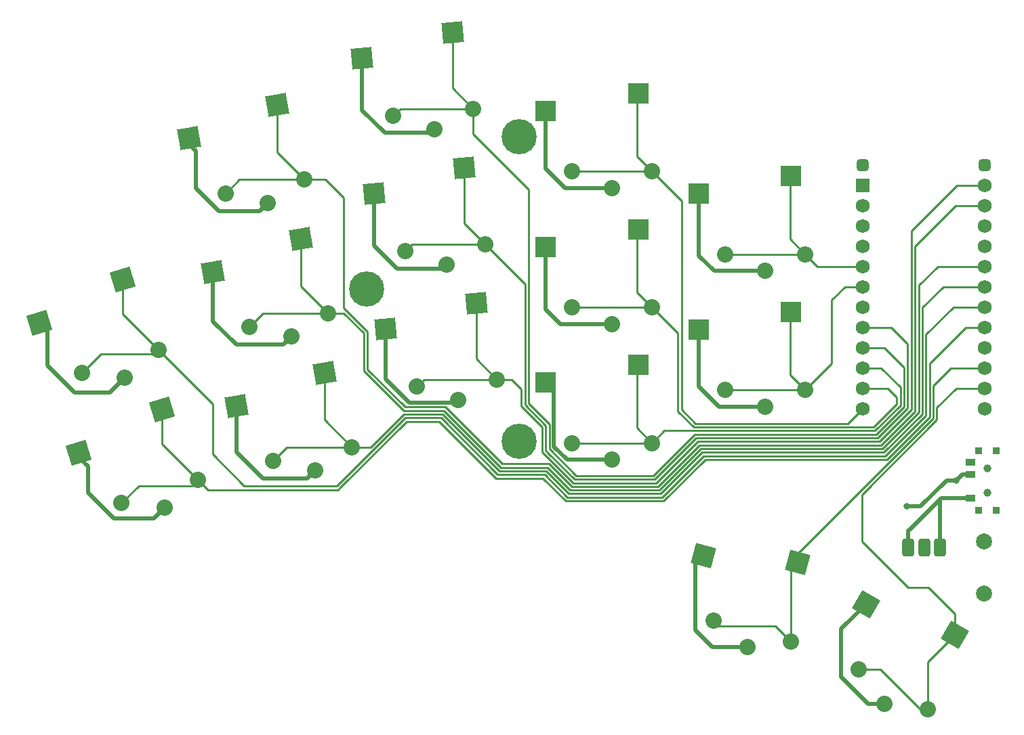
<source format=gtl>
%TF.GenerationSoftware,KiCad,Pcbnew,(6.0.4-0)*%
%TF.CreationDate,2022-04-29T17:53:29+02:00*%
%TF.ProjectId,battamini,62617474-616d-4696-9e69-2e6b69636164,v1.0.0*%
%TF.SameCoordinates,Original*%
%TF.FileFunction,Copper,L1,Top*%
%TF.FilePolarity,Positive*%
%FSLAX46Y46*%
G04 Gerber Fmt 4.6, Leading zero omitted, Abs format (unit mm)*
G04 Created by KiCad (PCBNEW (6.0.4-0)) date 2022-04-29 17:53:29*
%MOMM*%
%LPD*%
G01*
G04 APERTURE LIST*
G04 Aperture macros list*
%AMRoundRect*
0 Rectangle with rounded corners*
0 $1 Rounding radius*
0 $2 $3 $4 $5 $6 $7 $8 $9 X,Y pos of 4 corners*
0 Add a 4 corners polygon primitive as box body*
4,1,4,$2,$3,$4,$5,$6,$7,$8,$9,$2,$3,0*
0 Add four circle primitives for the rounded corners*
1,1,$1+$1,$2,$3*
1,1,$1+$1,$4,$5*
1,1,$1+$1,$6,$7*
1,1,$1+$1,$8,$9*
0 Add four rect primitives between the rounded corners*
20,1,$1+$1,$2,$3,$4,$5,0*
20,1,$1+$1,$4,$5,$6,$7,0*
20,1,$1+$1,$6,$7,$8,$9,0*
20,1,$1+$1,$8,$9,$2,$3,0*%
%AMRotRect*
0 Rectangle, with rotation*
0 The origin of the aperture is its center*
0 $1 length*
0 $2 width*
0 $3 Rotation angle, in degrees counterclockwise*
0 Add horizontal line*
21,1,$1,$2,0,0,$3*%
G04 Aperture macros list end*
%TA.AperFunction,ComponentPad*%
%ADD10C,4.400000*%
%TD*%
%TA.AperFunction,SMDPad,CuDef*%
%ADD11R,0.900000X0.900000*%
%TD*%
%TA.AperFunction,SMDPad,CuDef*%
%ADD12R,1.250000X0.900000*%
%TD*%
%TA.AperFunction,ComponentPad*%
%ADD13RoundRect,0.375000X-0.375000X-0.750000X0.375000X-0.750000X0.375000X0.750000X-0.375000X0.750000X0*%
%TD*%
%TA.AperFunction,ComponentPad*%
%ADD14C,2.000000*%
%TD*%
%TA.AperFunction,SMDPad,CuDef*%
%ADD15RotRect,2.600000X2.600000X10.000000*%
%TD*%
%TA.AperFunction,ComponentPad*%
%ADD16C,2.032000*%
%TD*%
%TA.AperFunction,SMDPad,CuDef*%
%ADD17RotRect,2.600000X2.600000X5.000000*%
%TD*%
%TA.AperFunction,SMDPad,CuDef*%
%ADD18R,2.600000X2.600000*%
%TD*%
%TA.AperFunction,SMDPad,CuDef*%
%ADD19RotRect,2.600000X2.600000X330.000000*%
%TD*%
%TA.AperFunction,WasherPad*%
%ADD20C,1.000000*%
%TD*%
%TA.AperFunction,SMDPad,CuDef*%
%ADD21RotRect,2.600000X2.600000X17.000000*%
%TD*%
%TA.AperFunction,SMDPad,CuDef*%
%ADD22RotRect,2.600000X2.600000X345.000000*%
%TD*%
%TA.AperFunction,ComponentPad*%
%ADD23R,1.752600X1.752600*%
%TD*%
%TA.AperFunction,ComponentPad*%
%ADD24C,1.752600*%
%TD*%
%TA.AperFunction,ComponentPad*%
%ADD25RoundRect,0.375000X-0.375000X-0.375000X0.375000X-0.375000X0.375000X0.375000X-0.375000X0.375000X0*%
%TD*%
%TA.AperFunction,ViaPad*%
%ADD26C,0.800000*%
%TD*%
%TA.AperFunction,Conductor*%
%ADD27C,0.500000*%
%TD*%
%TA.AperFunction,Conductor*%
%ADD28C,0.250000*%
%TD*%
G04 APERTURE END LIST*
D10*
%TO.P,REF\u002A\u002A,1*%
%TO.N,N/C*%
X84733251Y88139120D03*
X103783251Y107189120D03*
X103783251Y69089120D03*
%TD*%
D11*
%TO.P,T1,*%
%TO.N,*%
X161187367Y60512667D03*
X163387367Y67912667D03*
X163387367Y60512667D03*
X161187367Y67912667D03*
D12*
%TO.P,T1,1*%
%TO.N,Braw*%
X160212367Y61962667D03*
%TO.P,T1,2*%
%TO.N,Bplus*%
X160212367Y64962667D03*
%TO.P,T1,3*%
%TO.N,N/C*%
X160212367Y66462667D03*
%TD*%
D13*
%TO.P,PAD1,1*%
%TO.N,Braw*%
X152411087Y55816483D03*
X156411087Y55816483D03*
%TO.P,PAD1,2*%
%TO.N,Bminus*%
X154411087Y55816483D03*
%TD*%
D14*
%TO.P,B1,1*%
%TO.N,RST*%
X161850000Y50090000D03*
%TO.P,B1,2*%
%TO.N,GND*%
X161850000Y56590000D03*
%TD*%
D15*
%TO.P,S11,1*%
%TO.N,P0*%
X73579149Y111173371D03*
%TO.P,S11,2*%
%TO.N,GND*%
X62586645Y107001157D03*
%TD*%
D16*
%TO.P,S34,1*%
%TO.N,P8*%
X146198518Y40569316D03*
X154858772Y35569316D03*
%TO.P,S34,2*%
%TO.N,GND*%
X149478645Y36250663D03*
X149478645Y36250663D03*
%TD*%
D17*
%TO.P,S15,1*%
%TO.N,P18*%
X96965604Y103326961D03*
%TO.P,S15,2*%
%TO.N,GND*%
X85651298Y100128683D03*
%TD*%
D18*
%TO.P,S21,1*%
%TO.N,P16*%
X118686087Y95636017D03*
%TO.P,S21,2*%
%TO.N,GND*%
X107136087Y93436017D03*
%TD*%
D16*
%TO.P,S8,1*%
%TO.N,P3*%
X73026972Y66651093D03*
X82875050Y68387574D03*
%TO.P,S8,2*%
%TO.N,GND*%
X78315672Y65451237D03*
X78315672Y65451237D03*
%TD*%
%TO.P,S14,1*%
%TO.N,P1*%
X91053509Y75957538D03*
X101015456Y76829096D03*
%TO.P,S14,2*%
%TO.N,GND*%
X96217510Y74301308D03*
X96217510Y74301308D03*
%TD*%
%TO.P,S20,1*%
%TO.N,P14*%
X120411087Y68886017D03*
X110411087Y68886017D03*
%TO.P,S20,2*%
%TO.N,GND*%
X115411087Y66786017D03*
X115411087Y66786017D03*
%TD*%
%TO.P,S28,1*%
%TO.N,P20*%
X129517334Y75510985D03*
X139517334Y75510985D03*
%TO.P,S28,2*%
%TO.N,GND*%
X134517334Y73410985D03*
X134517334Y73410985D03*
%TD*%
D18*
%TO.P,S29,1*%
%TO.N,P21*%
X137792334Y102260985D03*
%TO.P,S29,2*%
%TO.N,GND*%
X126242334Y100060985D03*
%TD*%
D19*
%TO.P,S33,1*%
%TO.N,P8*%
X158239878Y44875564D03*
%TO.P,S33,2*%
%TO.N,GND*%
X147137285Y48745308D03*
%TD*%
D15*
%TO.P,S7,1*%
%TO.N,P3*%
X79483187Y77689907D03*
%TO.P,S7,2*%
%TO.N,GND*%
X68490683Y73517693D03*
%TD*%
D20*
%TO.P,T2,*%
%TO.N,*%
X162287367Y65712667D03*
X162287367Y62712667D03*
%TD*%
D21*
%TO.P,S5,1*%
%TO.N,P4*%
X54234545Y89377494D03*
%TO.P,S5,2*%
%TO.N,GND*%
X43832443Y83896730D03*
%TD*%
D18*
%TO.P,S27,1*%
%TO.N,P20*%
X137792334Y85260985D03*
%TO.P,S27,2*%
%TO.N,GND*%
X126242334Y83060985D03*
%TD*%
D15*
%TO.P,S9,1*%
%TO.N,P2*%
X76531168Y94431639D03*
%TO.P,S9,2*%
%TO.N,GND*%
X65538664Y90259425D03*
%TD*%
D16*
%TO.P,S16,1*%
%TO.N,P18*%
X99533808Y93764406D03*
X89571861Y92892848D03*
%TO.P,S16,2*%
%TO.N,GND*%
X94735862Y91236618D03*
X94735862Y91236618D03*
%TD*%
%TO.P,S30,1*%
%TO.N,P21*%
X139517334Y92510985D03*
X129517334Y92510985D03*
%TO.P,S30,2*%
%TO.N,GND*%
X134517334Y90410985D03*
X134517334Y90410985D03*
%TD*%
D17*
%TO.P,S13,1*%
%TO.N,P1*%
X98447252Y86391651D03*
%TO.P,S13,2*%
%TO.N,GND*%
X87132946Y83193373D03*
%TD*%
D16*
%TO.P,S24,1*%
%TO.N,P10*%
X110411087Y102886017D03*
X120411087Y102886017D03*
%TO.P,S24,2*%
%TO.N,GND*%
X115411087Y100786017D03*
X115411087Y100786017D03*
%TD*%
D17*
%TO.P,S17,1*%
%TO.N,P15*%
X95483957Y120262271D03*
%TO.P,S17,2*%
%TO.N,GND*%
X84169651Y117063993D03*
%TD*%
D16*
%TO.P,S4,1*%
%TO.N,P5*%
X54142067Y61376965D03*
X63705114Y64300682D03*
%TO.P,S4,2*%
%TO.N,GND*%
X59537571Y60830584D03*
X59537571Y60830584D03*
%TD*%
%TO.P,S10,1*%
%TO.N,P2*%
X70074953Y83392825D03*
X79923031Y85129306D03*
%TO.P,S10,2*%
%TO.N,GND*%
X75363653Y82192969D03*
X75363653Y82192969D03*
%TD*%
%TO.P,S22,1*%
%TO.N,P16*%
X110411087Y85886017D03*
X120411087Y85886017D03*
%TO.P,S22,2*%
%TO.N,GND*%
X115411087Y83786017D03*
X115411087Y83786017D03*
%TD*%
D22*
%TO.P,S31,1*%
%TO.N,P7*%
X138594426Y53938364D03*
%TO.P,S31,2*%
%TO.N,GND*%
X126868581Y54802687D03*
%TD*%
D23*
%TO.P,MCU1,1*%
%TO.N,RAW*%
X146737213Y101142542D03*
D24*
%TO.P,MCU1,2*%
%TO.N,GND*%
X146737213Y98602542D03*
%TO.P,MCU1,3*%
%TO.N,RST*%
X146737213Y96062542D03*
%TO.P,MCU1,4*%
%TO.N,VCC*%
X146737213Y93522542D03*
%TO.P,MCU1,5*%
%TO.N,P21*%
X146737213Y90982542D03*
%TO.P,MCU1,6*%
%TO.N,P20*%
X146737213Y88442542D03*
%TO.P,MCU1,7*%
%TO.N,P19*%
X146737213Y85902542D03*
%TO.P,MCU1,8*%
%TO.N,P18*%
X146737213Y83362542D03*
%TO.P,MCU1,9*%
%TO.N,P15*%
X146737213Y80822542D03*
%TO.P,MCU1,10*%
%TO.N,P14*%
X146737213Y78282542D03*
%TO.P,MCU1,11*%
%TO.N,P16*%
X146737213Y75742542D03*
%TO.P,MCU1,12*%
%TO.N,P10*%
X146737213Y73202542D03*
%TO.P,MCU1,13*%
%TO.N,P1*%
X161977213Y101142542D03*
%TO.P,MCU1,14*%
%TO.N,P0*%
X161977213Y98602542D03*
%TO.P,MCU1,15*%
%TO.N,GND*%
X161977213Y96062542D03*
%TO.P,MCU1,16*%
X161977213Y93522542D03*
%TO.P,MCU1,17*%
%TO.N,P2*%
X161977213Y90982542D03*
%TO.P,MCU1,18*%
%TO.N,P3*%
X161977213Y88442542D03*
%TO.P,MCU1,19*%
%TO.N,P4*%
X161977213Y85902542D03*
%TO.P,MCU1,20*%
%TO.N,P5*%
X161977213Y83362542D03*
%TO.P,MCU1,21*%
%TO.N,P6*%
X161977213Y80822542D03*
%TO.P,MCU1,22*%
%TO.N,P7*%
X161977213Y78282542D03*
%TO.P,MCU1,23*%
%TO.N,P8*%
X161977213Y75742542D03*
%TO.P,MCU1,24*%
%TO.N,P9*%
X161977213Y73202542D03*
D25*
%TO.P,MCU1,25*%
%TO.N,Bplus*%
X146737213Y103682542D03*
%TO.N,Bminus*%
X161977213Y103682542D03*
%TD*%
D21*
%TO.P,S3,1*%
%TO.N,P5*%
X59204864Y73120313D03*
%TO.P,S3,2*%
%TO.N,GND*%
X48802762Y67639549D03*
%TD*%
D16*
%TO.P,S32,1*%
%TO.N,P7*%
X137737163Y44074125D03*
X128077904Y46662315D03*
%TO.P,S32,2*%
%TO.N,GND*%
X132364014Y43339776D03*
X132364014Y43339776D03*
%TD*%
%TO.P,S12,1*%
%TO.N,P0*%
X76971012Y101871038D03*
X67122934Y100134557D03*
%TO.P,S12,2*%
%TO.N,GND*%
X72411634Y98934701D03*
X72411634Y98934701D03*
%TD*%
D18*
%TO.P,S23,1*%
%TO.N,P10*%
X118686087Y112636017D03*
%TO.P,S23,2*%
%TO.N,GND*%
X107136087Y110436017D03*
%TD*%
D16*
%TO.P,S6,1*%
%TO.N,P4*%
X49171748Y77634146D03*
X58734795Y80557863D03*
%TO.P,S6,2*%
%TO.N,GND*%
X54567252Y77087765D03*
X54567252Y77087765D03*
%TD*%
D18*
%TO.P,S19,1*%
%TO.N,P14*%
X118686087Y78636017D03*
%TO.P,S19,2*%
%TO.N,GND*%
X107136087Y76436017D03*
%TD*%
D16*
%TO.P,S18,1*%
%TO.N,P15*%
X88090214Y109828158D03*
X98052161Y110699716D03*
%TO.P,S18,2*%
%TO.N,GND*%
X93254215Y108171928D03*
X93254215Y108171928D03*
%TD*%
D26*
%TO.N,Bplus*%
X158448480Y64212667D03*
X152222200Y60960000D03*
%TD*%
D27*
%TO.N,GND*%
X108153560Y75418544D02*
X107136087Y76436017D01*
X63384822Y105421809D02*
X62586645Y106219986D01*
X95876803Y73960601D02*
X90101363Y73960601D01*
X134517334Y90410985D02*
X128150955Y90410985D01*
X63384822Y100802250D02*
X63384822Y105421809D01*
X128789852Y73410985D02*
X126242334Y75958503D01*
X75363653Y82192969D02*
X74347654Y81176970D01*
X115411087Y66786017D02*
X109815760Y66786017D01*
X126242334Y92319606D02*
X126242334Y100060985D01*
X108153560Y68448217D02*
X108153560Y75418544D01*
X62586645Y106219986D02*
X62586645Y107001157D01*
X66268370Y97918702D02*
X63384822Y100802250D01*
X93254215Y108171928D02*
X92778287Y107696000D01*
X74347654Y81176970D02*
X68485407Y81176970D01*
X71813295Y64435238D02*
X68490683Y67757850D01*
X92778287Y107696000D02*
X87015073Y107696000D01*
X125807135Y53741241D02*
X126868581Y54802687D01*
X109815760Y66786017D02*
X108153560Y68448217D01*
X49917361Y65987885D02*
X48802762Y67102484D01*
X125807135Y45471746D02*
X125807135Y53741241D01*
X144018000Y39624000D02*
X144018000Y45626023D01*
X59537571Y60830584D02*
X58196209Y59489222D01*
X77299673Y64435238D02*
X71813295Y64435238D01*
X147391337Y36250663D02*
X144018000Y39624000D01*
X149478645Y36250663D02*
X147391337Y36250663D01*
X88572461Y90678000D02*
X85651298Y93599163D01*
X115411087Y83786017D02*
X108973745Y83786017D01*
X78315672Y65451237D02*
X77299673Y64435238D01*
X58196209Y59489222D02*
X53137791Y59489222D01*
X71395635Y97918702D02*
X66268370Y97918702D01*
X132364014Y43339776D02*
X127939105Y43339776D01*
X53137791Y59489222D02*
X49917361Y62709652D01*
X134517334Y73410985D02*
X128789852Y73410985D01*
X107136087Y103216201D02*
X107136087Y110436017D01*
X90101363Y73960601D02*
X87132946Y76929018D01*
X115411087Y100786017D02*
X109566271Y100786017D01*
X68485407Y81176970D02*
X65538664Y84123713D01*
X65538664Y84123713D02*
X65538664Y90259425D01*
X48802762Y67102484D02*
X48802762Y67639549D01*
X144018000Y45626023D02*
X147137285Y48745308D01*
X127939105Y43339776D02*
X125807135Y45471746D01*
X87132946Y76929018D02*
X87132946Y83193373D01*
X108153560Y76015027D02*
X107136087Y77032500D01*
X109566271Y100786017D02*
X107136087Y103216201D01*
X85651298Y93599163D02*
X85651298Y100128683D01*
X48232895Y75218284D02*
X44864298Y78586881D01*
X96217510Y74301308D02*
X95876803Y73960601D01*
X108973745Y83786017D02*
X107136087Y85623675D01*
X128150955Y90410985D02*
X126242334Y92319606D01*
X44864298Y78586881D02*
X44864298Y82864875D01*
X87015073Y107696000D02*
X84169651Y110541422D01*
X54567252Y77087765D02*
X52697771Y75218284D01*
X72411634Y98934701D02*
X71395635Y97918702D01*
X68490683Y67757850D02*
X68490683Y73517693D01*
X52697771Y75218284D02*
X48232895Y75218284D01*
X107136087Y85623675D02*
X107136087Y93436017D01*
X44864298Y82864875D02*
X43832443Y83896730D01*
X94735862Y91236618D02*
X94177244Y90678000D01*
X49917361Y62709652D02*
X49917361Y65987885D01*
X84169651Y110541422D02*
X84169651Y117063993D01*
X126242334Y75958503D02*
X126242334Y83060985D01*
X94177244Y90678000D02*
X88572461Y90678000D01*
D28*
%TO.N,P5*%
X149748864Y66830877D02*
X155077894Y72159909D01*
X159562542Y83362542D02*
X161977213Y83362542D01*
X155077894Y78877894D02*
X159562542Y83362542D01*
X63705114Y64300682D02*
X62904432Y63500000D01*
X59204864Y68800932D02*
X63705114Y64300682D01*
X63705114Y64300682D02*
X64955316Y63050480D01*
X121872336Y61654585D02*
X127048629Y66830877D01*
X64955316Y63050480D02*
X81210742Y63050480D01*
X89748263Y71588001D02*
X93841920Y71588001D01*
X100944526Y64485396D02*
X106796666Y64485396D01*
X81210742Y63050480D02*
X81474064Y63313803D01*
X93841920Y71588001D02*
X100944526Y64485396D01*
X109627477Y61654585D02*
X121872336Y61654585D01*
X56265102Y63500000D02*
X54142067Y61376965D01*
X81474064Y63313803D02*
X89748263Y71588001D01*
X62904432Y63500000D02*
X56265102Y63500000D01*
X106796666Y64485396D02*
X109627477Y61654585D01*
X155077894Y72159909D02*
X155077894Y78877894D01*
X127048629Y66830877D02*
X149748864Y66830877D01*
X59204864Y73120313D02*
X59204864Y68800932D01*
%TO.N,P4*%
X58734795Y80557863D02*
X65491195Y73801463D01*
X54234545Y89377494D02*
X54234545Y85058113D01*
X106982862Y64934916D02*
X109813674Y62104105D01*
X54234545Y85058113D02*
X58734795Y80557863D01*
X69468058Y63500000D02*
X81024544Y63500000D01*
X121686139Y62104105D02*
X126862431Y67280397D01*
X154628374Y82455721D02*
X158075195Y85902542D01*
X58186932Y80010000D02*
X51547602Y80010000D01*
X65491195Y73801463D02*
X65491195Y67476863D01*
X101130723Y64934916D02*
X106982862Y64934916D01*
X158075195Y85902542D02*
X161977213Y85902542D01*
X89562065Y72037521D02*
X94028117Y72037521D01*
X109813674Y62104105D02*
X121686139Y62104105D01*
X149562666Y67280397D02*
X154628374Y72346106D01*
X154628374Y72346106D02*
X154628374Y82455721D01*
X58734795Y80557863D02*
X58186932Y80010000D01*
X81024544Y63500000D02*
X89562065Y72037521D01*
X51547602Y80010000D02*
X49171748Y77634146D01*
X126862431Y67280397D02*
X149562666Y67280397D01*
X94028117Y72037521D02*
X101130723Y64934916D01*
X65491195Y67476863D02*
X69468058Y63500000D01*
%TO.N,P3*%
X121499941Y62553625D02*
X126676233Y67729917D01*
X109999871Y62553625D02*
X121499941Y62553625D01*
X94214315Y72487041D02*
X101316920Y65384436D01*
X149376468Y67729917D02*
X154178854Y72532303D01*
X101316920Y65384436D02*
X107169060Y65384436D01*
X79483187Y71779437D02*
X82875050Y68387574D01*
X82875050Y68387574D02*
X85276400Y68387574D01*
X85276400Y68387574D02*
X89375867Y72487041D01*
X126676233Y67729917D02*
X149376468Y67729917D01*
X82875050Y68387574D02*
X74763453Y68387574D01*
X79483187Y77689907D02*
X79483187Y71779437D01*
X74763453Y68387574D02*
X73026972Y66651093D01*
X154178854Y85854555D02*
X156766841Y88442542D01*
X154178854Y72532303D02*
X154178854Y85854555D01*
X89375867Y72487041D02*
X94214315Y72487041D01*
X107169060Y65384436D02*
X109999871Y62553625D01*
X156766841Y88442542D02*
X161977213Y88442542D01*
%TO.N,P2*%
X84386480Y82617802D02*
X84386480Y77933067D01*
X76531168Y88521169D02*
X79923031Y85129306D01*
X121313741Y63003145D02*
X126490035Y68179437D01*
X76531168Y94431639D02*
X76531168Y88521169D01*
X94400512Y72936561D02*
X101503117Y65833956D01*
X101503117Y65833956D02*
X107355257Y65833956D01*
X81874976Y85129306D02*
X84386480Y82617802D01*
X84386480Y77933067D02*
X89382986Y72936561D01*
X79923031Y85129306D02*
X81874976Y85129306D01*
X110186071Y63003145D02*
X121313741Y63003145D01*
X107355257Y65833956D02*
X110186071Y63003145D01*
X126490035Y68179437D02*
X149190270Y68179437D01*
X79923031Y85129306D02*
X71811434Y85129306D01*
X156084963Y90982542D02*
X161977213Y90982542D01*
X153729334Y72718501D02*
X153729334Y88626913D01*
X71811434Y85129306D02*
X70074953Y83392825D01*
X153729334Y88626913D02*
X156084963Y90982542D01*
X89382986Y72936561D02*
X94400512Y72936561D01*
X149190270Y68179437D02*
X153729334Y72718501D01*
%TO.N,P0*%
X68859415Y101871038D02*
X67122934Y100134557D01*
X149004072Y68628957D02*
X153249052Y72873937D01*
X158355429Y98602542D02*
X161977213Y98602542D01*
X110372268Y63452665D02*
X121127544Y63452665D01*
X73579149Y111173371D02*
X73579149Y105262901D01*
X84836000Y82804000D02*
X84836000Y78119265D01*
X79561162Y101871038D02*
X81858703Y99573497D01*
X89569184Y73386081D02*
X94586709Y73386081D01*
X107541455Y66283476D02*
X110372268Y63452665D01*
X76971012Y101871038D02*
X68859415Y101871038D01*
X126303837Y68628957D02*
X149004072Y68628957D01*
X153249052Y93496165D02*
X158355429Y98602542D01*
X101689314Y66283476D02*
X107541455Y66283476D01*
X153249052Y72873937D02*
X153249052Y93496165D01*
X81858703Y85781297D02*
X84836000Y82804000D01*
X84836000Y78119265D02*
X89569184Y73386081D01*
X121127544Y63452665D02*
X126303837Y68628957D01*
X81858703Y99573497D02*
X81858703Y85781297D01*
X76971012Y101871038D02*
X79561162Y101871038D01*
X73579149Y105262901D02*
X76971012Y101871038D01*
X94586709Y73386081D02*
X101689314Y66283476D01*
%TO.N,P1*%
X91925067Y76829096D02*
X91053509Y75957538D01*
X152799532Y73060135D02*
X152799532Y95461145D01*
X104079160Y73484347D02*
X106680000Y70883507D01*
X101015456Y76829096D02*
X102844128Y76829096D01*
X101015456Y76829096D02*
X98447252Y79397300D01*
X98447252Y79397300D02*
X98447252Y86391651D01*
X126117639Y69078477D02*
X148817874Y69078477D01*
X152799532Y95461145D02*
X158480929Y101142542D01*
X110558465Y63902185D02*
X120941347Y63902185D01*
X120941347Y63902185D02*
X126117639Y69078477D01*
X104079160Y75594064D02*
X104079160Y73484347D01*
X148817874Y69078477D02*
X152799532Y73060135D01*
X101015456Y76829096D02*
X91925067Y76829096D01*
X106680000Y70883507D02*
X106680001Y67780648D01*
X102844128Y76829096D02*
X104079160Y75594064D01*
X158480929Y101142542D02*
X161977213Y101142542D01*
X106680001Y67780648D02*
X110558465Y63902185D01*
%TO.N,P18*%
X110744662Y64351705D02*
X120755149Y64351705D01*
X104528680Y88769534D02*
X104528680Y73670546D01*
X152350012Y73246333D02*
X152350012Y81329988D01*
X99533808Y93764406D02*
X90443419Y93764406D01*
X96965604Y96332610D02*
X99533808Y93764406D01*
X107129520Y67966846D02*
X107392843Y67703524D01*
X150317458Y83362542D02*
X146737213Y83362542D01*
X107392843Y67703524D02*
X110744662Y64351705D01*
X99533808Y93764406D02*
X104528680Y88769534D01*
X148631676Y69527997D02*
X152350012Y73246333D01*
X125931441Y69527997D02*
X148631676Y69527997D01*
X96965604Y103326961D02*
X96965604Y96332610D01*
X90443419Y93764406D02*
X89571861Y92892848D01*
X107129520Y71069705D02*
X107129520Y67966846D01*
X152350012Y81329988D02*
X150317458Y83362542D01*
X104528680Y73670546D02*
X107129520Y71069705D01*
X120755149Y64351705D02*
X125931441Y69527997D01*
%TO.N,P15*%
X148445478Y69977517D02*
X151900492Y73432531D01*
X120568951Y64801225D02*
X125745243Y69977517D01*
X98052161Y107541789D02*
X104978200Y100615750D01*
X151900492Y78376564D02*
X149454514Y80822542D01*
X98052161Y110699716D02*
X98052161Y107541789D01*
X95483957Y120262271D02*
X95483957Y113267920D01*
X125745243Y69977517D02*
X148445478Y69977517D01*
X110930859Y64801225D02*
X120568951Y64801225D01*
X107579040Y71255902D02*
X107579040Y68153044D01*
X88961772Y110699716D02*
X88090214Y109828158D01*
X149454514Y80822542D02*
X146737213Y80822542D01*
X98052161Y110699716D02*
X88961772Y110699716D01*
X151900492Y73432531D02*
X151900492Y78376564D01*
X104978200Y100615750D02*
X104978200Y73856744D01*
X95483957Y113267920D02*
X98052161Y110699716D01*
X104978200Y73856744D02*
X107579040Y71255902D01*
X107579040Y68153044D02*
X110930859Y64801225D01*
%TO.N,P14*%
X148259280Y70427037D02*
X121952107Y70427037D01*
X146737213Y78282542D02*
X149026535Y78282542D01*
X120411087Y68886017D02*
X110411087Y68886017D01*
X118536566Y78486496D02*
X118536566Y70760538D01*
X151450972Y75858105D02*
X151450972Y73618729D01*
X151450972Y73618729D02*
X148259280Y70427037D01*
X118536566Y70760538D02*
X120411087Y68886017D01*
X118686087Y78636017D02*
X118536566Y78486496D01*
X149026535Y78282542D02*
X151450972Y75858105D01*
X121952107Y70427037D02*
X120411087Y68886017D01*
%TO.N,P16*%
X118536566Y87760538D02*
X120411087Y85886017D01*
X123654880Y82642224D02*
X123654880Y72872083D01*
X110411087Y85886017D02*
X120411087Y85886017D01*
X148073083Y70876557D02*
X151001452Y73804926D01*
X118536566Y95486496D02*
X118536566Y87760538D01*
X149860000Y75742542D02*
X146737213Y75742542D01*
X120411087Y85886017D02*
X123654880Y82642224D01*
X123654880Y72872083D02*
X125650407Y70876557D01*
X151001452Y74601090D02*
X149860000Y75742542D01*
X151001452Y73804926D02*
X151001452Y74601090D01*
X118686087Y95636017D02*
X118536566Y95486496D01*
X125650407Y70876557D02*
X148073083Y70876557D01*
%TO.N,P10*%
X118536566Y112486496D02*
X118536566Y104760538D01*
X124104400Y99192704D02*
X124104400Y73058281D01*
X125836604Y71326077D02*
X144860748Y71326077D01*
X120411087Y102886017D02*
X110411087Y102886017D01*
X118686087Y112636017D02*
X118536566Y112486496D01*
X124104400Y73058281D02*
X125836604Y71326077D01*
X144860748Y71326077D02*
X146737213Y73202542D01*
X120411087Y102886017D02*
X124104400Y99192704D01*
X118536566Y104760538D02*
X120411087Y102886017D01*
%TO.N,P20*%
X142839945Y86764638D02*
X144517849Y88442542D01*
X139517334Y75510985D02*
X142839945Y78833596D01*
X137642813Y77385506D02*
X137642813Y85111464D01*
X142839945Y78833596D02*
X142839945Y86764638D01*
X139517334Y75510985D02*
X137642813Y77385506D01*
X137642813Y85111464D02*
X137792334Y85260985D01*
X144517849Y88442542D02*
X146737213Y88442542D01*
X129517334Y75510985D02*
X139517334Y75510985D01*
%TO.N,P21*%
X137642813Y94385506D02*
X137642813Y102111464D01*
X141043317Y90985002D02*
X146734753Y90985002D01*
X137642813Y102111464D02*
X137792334Y102260985D01*
X139517334Y92510985D02*
X137642813Y94385506D01*
X139517334Y92510985D02*
X141043317Y90985002D01*
X129517334Y92510985D02*
X139517334Y92510985D01*
X146734753Y90985002D02*
X146737213Y90982542D01*
%TO.N,P7*%
X135837288Y45974000D02*
X128766219Y45974000D01*
X138594426Y53938364D02*
X137737163Y53081101D01*
X138594426Y55040723D02*
X155527414Y71973711D01*
X155527414Y71973711D02*
X155527414Y76055724D01*
X157754232Y78282542D02*
X161977213Y78282542D01*
X155527414Y76055724D02*
X157754232Y78282542D01*
X128766219Y45974000D02*
X128077904Y46662315D01*
X138594426Y53938364D02*
X138594426Y55040723D01*
X137737163Y53081101D02*
X137737163Y44074125D01*
X137737163Y44074125D02*
X135837288Y45974000D01*
%TO.N,P8*%
X155976934Y71787514D02*
X155976934Y73318293D01*
X154940000Y50800000D02*
X152428562Y50800000D01*
X154858772Y35569316D02*
X153914684Y35569316D01*
X158239878Y44875564D02*
X158239878Y47500122D01*
X152428562Y50800000D02*
X146633666Y56594896D01*
X158239878Y44875564D02*
X154858772Y41494458D01*
X158239878Y47500122D02*
X154940000Y50800000D01*
X146633666Y62444245D02*
X155976934Y71787514D01*
X155976934Y73318293D02*
X158401183Y75742542D01*
X158401183Y75742542D02*
X161977213Y75742542D01*
X154858772Y41494458D02*
X154858772Y35569316D01*
X153914684Y35569316D02*
X148914684Y40569316D01*
X148914684Y40569316D02*
X146198518Y40569316D01*
X146633666Y56594896D02*
X146633666Y62444245D01*
D27*
%TO.N,Bplus*%
X158448480Y64212667D02*
X159198480Y64962667D01*
X159198480Y64962667D02*
X160212367Y64962667D01*
X153925813Y60960000D02*
X152222200Y60960000D01*
X158448480Y64212667D02*
X158423080Y64238067D01*
X158423080Y64238067D02*
X157203880Y64238067D01*
X157203880Y64238067D02*
X153925813Y60960000D01*
%TO.N,Braw*%
X156404976Y55822594D02*
X156404976Y61857960D01*
X156509683Y61962667D02*
X156404976Y61857960D01*
X152522243Y58000522D02*
X152411087Y57889366D01*
X160212367Y61962667D02*
X156509683Y61962667D01*
X156404976Y61857960D02*
X152547538Y58000522D01*
X152547538Y58000522D02*
X152522243Y58000522D01*
X152411087Y57889366D02*
X152411087Y55816483D01*
%TD*%
M02*

</source>
